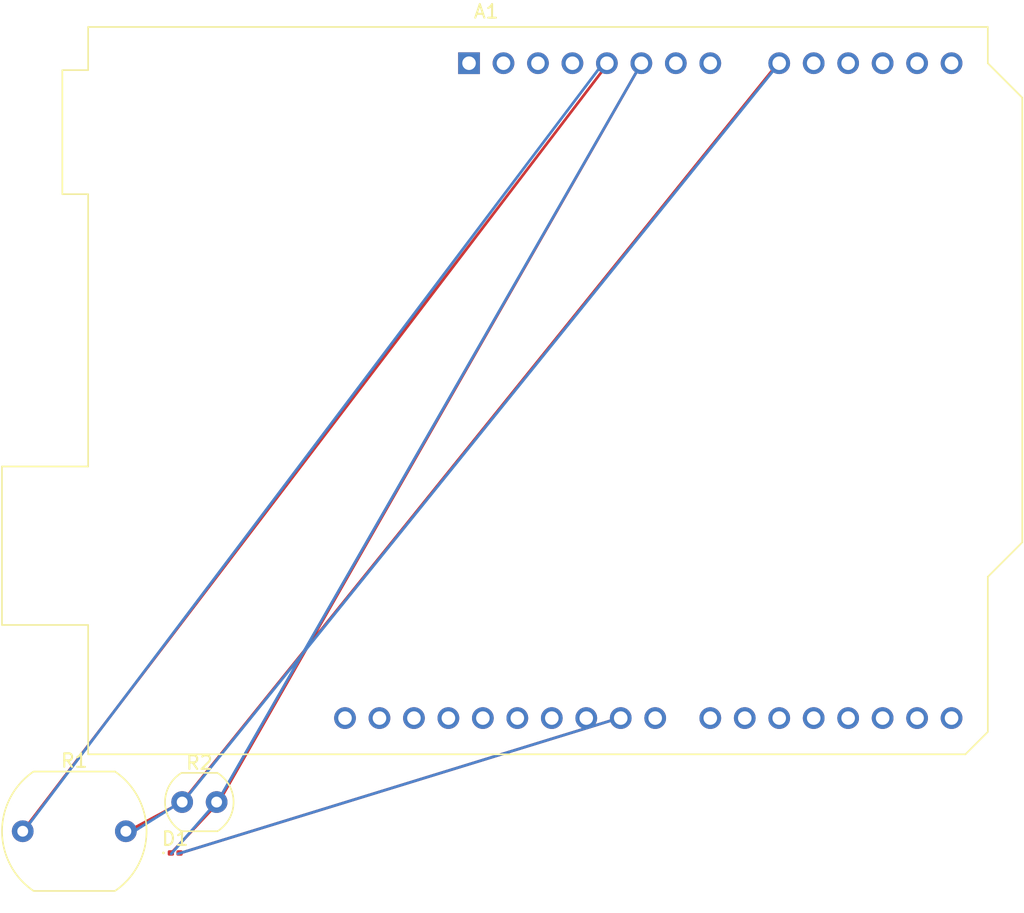
<source format=kicad_pcb>
(kicad_pcb (version 20241229) (generator "pcbnew") (generator_version "9.0")
  (layers (0 "F.Cu" signal) (2 "B.Cu" signal) (13 "F.Paste" user) (15 "B.Paste" user) (5 "F.SilkS" user "F.Silkscreen") (7 "B.SilkS" user "B.Silkscreen") (1 "F.Mask" user) (3 "B.Mask" user) (25 "Edge.Cuts" user))
  (net 0 "")
  (net 5 "GND")
  (net 18 "+5V")
  (net 21 "Net-(A1-A0)")
  (net 29 "Net-(A1-D9)")
  (footprint "OptoDevice:R_LDR_10x8.5mm_P7.6mm_Vertical" (layer "F.Cu") (at 100.55 127.34)
    (property "Reference" "R1" (at 3.8 -5.2 0) (layer "F.SilkS"))
    (property "Value" "LDR03")
    (fp_line (start 0.8 -4.4) (end 6.8 -4.4) (stroke (width 0.12)) (layer "F.SilkS"))
    (fp_line (start 0.8 4.4) (end 6.8 4.4) (stroke (width 0.12)) (layer "F.SilkS"))
    (fp_arc (start 0.8 4.4) (mid -1.525374 0.019809) (end 0.76735 -4.37756) (stroke (width 0.12)) (layer "F.SilkS"))
    (fp_arc (start 6.8 -4.4) (mid 9.125374 -0.019809) (end 6.83265 4.37756) (stroke (width 0.12)) (layer "F.SilkS"))
    (pad "1" thru_hole circle (at 0 0) (size 1.6 1.6) (drill 0.8) (layers "*.Cu" "*.Mask") (net 18 "+5V"))
    (pad "2" thru_hole circle (at 7.6 0) (size 1.6 1.6) (drill 0.8) (layers "*.Cu" "*.Mask") (net 21 "Net-(A1-A0)"))
  )
  (footprint "OptoDevice:R_LDR_4.9x4.2mm_P2.54mm_Vertical" (layer "F.Cu") (at 112.3 125.19)
    (property "Reference" "R2" (at 1.27 -2.9 0) (layer "F.SilkS"))
    (property "Value" "R")
    (fp_line (start -0.05 -2.15) (end 2.6 -2.15) (stroke (width 0.12)) (layer "F.SilkS"))
    (fp_line (start -0.05 2.15) (end 2.6 2.15) (stroke (width 0.12)) (layer "F.SilkS"))
    (fp_arc (start -0.05 2.15) (mid -1.262424 0.01494) (end -0.075476 -2.134388) (stroke (width 0.12)) (layer "F.SilkS"))
    (fp_arc (start 2.6 -2.15) (mid 3.788646 -0.016616) (end 2.628027 2.132145) (stroke (width 0.12)) (layer "F.SilkS"))
    (pad "1" thru_hole circle (at 0 0) (size 1.6 1.6) (drill 0.8) (layers "*.Cu" "*.Mask") (net 21 "Net-(A1-A0)"))
    (pad "2" thru_hole circle (at 2.54 0) (size 1.6 1.6) (drill 0.8) (layers "*.Cu" "*.Mask") (net 5 "GND"))
  )
  (footprint "Module:Arduino_UNO_R3" (layer "F.Cu") (at 133.44 70.74)
    (property "Reference" "A1" (at 1.27 -3.81 180) (layer "F.SilkS"))
    (property "Value" "Arduino_Leonardo")
    (fp_line (start -34.42 29.72) (end -34.42 41.4) (stroke (width 0.12)) (layer "F.SilkS"))
    (fp_line (start -34.42 41.4) (end -28.07 41.4) (stroke (width 0.12)) (layer "F.SilkS"))
    (fp_line (start -29.97 0.51) (end -29.97 9.65) (stroke (width 0.12)) (layer "F.SilkS"))
    (fp_line (start -29.97 9.65) (end -28.07 9.65) (stroke (width 0.12)) (layer "F.SilkS"))
    (fp_line (start -28.07 -2.67) (end -28.07 0.51) (stroke (width 0.12)) (layer "F.SilkS"))
    (fp_line (start -28.07 0.51) (end -29.97 0.51) (stroke (width 0.12)) (layer "F.SilkS"))
    (fp_line (start -28.07 9.65) (end -28.07 29.72) (stroke (width 0.12)) (layer "F.SilkS"))
    (fp_line (start -28.07 29.72) (end -34.42 29.72) (stroke (width 0.12)) (layer "F.SilkS"))
    (fp_line (start -28.07 41.4) (end -28.07 50.93) (stroke (width 0.12)) (layer "F.SilkS"))
    (fp_line (start -28.07 50.93) (end 36.58 50.93) (stroke (width 0.12)) (layer "F.SilkS"))
    (fp_line (start 36.58 50.93) (end 38.23 49.28) (stroke (width 0.12)) (layer "F.SilkS"))
    (fp_line (start 38.23 -2.67) (end -28.07 -2.67) (stroke (width 0.12)) (layer "F.SilkS"))
    (fp_line (start 38.23 0) (end 38.23 -2.67) (stroke (width 0.12)) (layer "F.SilkS"))
    (fp_line (start 38.23 37.85) (end 40.77 35.31) (stroke (width 0.12)) (layer "F.SilkS"))
    (fp_line (start 38.23 49.28) (end 38.23 37.85) (stroke (width 0.12)) (layer "F.SilkS"))
    (fp_line (start 40.77 2.54) (end 38.23 0) (stroke (width 0.12)) (layer "F.SilkS"))
    (fp_line (start 40.77 35.31) (end 40.77 2.54) (stroke (width 0.12)) (layer "F.SilkS"))
    (pad "1" thru_hole rect (at 0 0 90) (size 1.6 1.6) (drill 1) (layers "*.Cu" "*.Mask"))
    (pad "2" thru_hole oval (at 2.54 0 90) (size 1.6 1.6) (drill 1) (layers "*.Cu" "*.Mask"))
    (pad "3" thru_hole oval (at 5.08 0 90) (size 1.6 1.6) (drill 1) (layers "*.Cu" "*.Mask"))
    (pad "4" thru_hole oval (at 7.62 0 90) (size 1.6 1.6) (drill 1) (layers "*.Cu" "*.Mask"))
    (pad "5" thru_hole oval (at 10.16 0 90) (size 1.6 1.6) (drill 1) (layers "*.Cu" "*.Mask") (net 18 "+5V"))
    (pad "6" thru_hole oval (at 12.7 0 90) (size 1.6 1.6) (drill 1) (layers "*.Cu" "*.Mask") (net 5 "GND"))
    (pad "7" thru_hole oval (at 15.24 0 90) (size 1.6 1.6) (drill 1) (layers "*.Cu" "*.Mask"))
    (pad "8" thru_hole oval (at 17.78 0 90) (size 1.6 1.6) (drill 1) (layers "*.Cu" "*.Mask"))
    (pad "9" thru_hole oval (at 22.86 0 90) (size 1.6 1.6) (drill 1) (layers "*.Cu" "*.Mask") (net 21 "Net-(A1-A0)"))
    (pad "10" thru_hole oval (at 25.4 0 90) (size 1.6 1.6) (drill 1) (layers "*.Cu" "*.Mask"))
    (pad "11" thru_hole oval (at 27.94 0 90) (size 1.6 1.6) (drill 1) (layers "*.Cu" "*.Mask"))
    (pad "12" thru_hole oval (at 30.48 0 90) (size 1.6 1.6) (drill 1) (layers "*.Cu" "*.Mask"))
    (pad "13" thru_hole oval (at 33.02 0 90) (size 1.6 1.6) (drill 1) (layers "*.Cu" "*.Mask"))
    (pad "14" thru_hole oval (at 35.56 0 90) (size 1.6 1.6) (drill 1) (layers "*.Cu" "*.Mask"))
    (pad "15" thru_hole oval (at 35.56 48.26 90) (size 1.6 1.6) (drill 1) (layers "*.Cu" "*.Mask"))
    (pad "16" thru_hole oval (at 33.02 48.26 90) (size 1.6 1.6) (drill 1) (layers "*.Cu" "*.Mask"))
    (pad "17" thru_hole oval (at 30.48 48.26 90) (size 1.6 1.6) (drill 1) (layers "*.Cu" "*.Mask"))
    (pad "18" thru_hole oval (at 27.94 48.26 90) (size 1.6 1.6) (drill 1) (layers "*.Cu" "*.Mask"))
    (pad "19" thru_hole oval (at 25.4 48.26 90) (size 1.6 1.6) (drill 1) (layers "*.Cu" "*.Mask"))
    (pad "20" thru_hole oval (at 22.86 48.26 90) (size 1.6 1.6) (drill 1) (layers "*.Cu" "*.Mask"))
    (pad "21" thru_hole oval (at 20.32 48.26 90) (size 1.6 1.6) (drill 1) (layers "*.Cu" "*.Mask"))
    (pad "22" thru_hole oval (at 17.78 48.26 90) (size 1.6 1.6) (drill 1) (layers "*.Cu" "*.Mask"))
    (pad "23" thru_hole oval (at 13.72 48.26 90) (size 1.6 1.6) (drill 1) (layers "*.Cu" "*.Mask"))
    (pad "24" thru_hole oval (at 11.18 48.26 90) (size 1.6 1.6) (drill 1) (layers "*.Cu" "*.Mask") (net 29 "Net-(A1-D9)"))
    (pad "25" thru_hole oval (at 8.64 48.26 90) (size 1.6 1.6) (drill 1) (layers "*.Cu" "*.Mask"))
    (pad "26" thru_hole oval (at 6.1 48.26 90) (size 1.6 1.6) (drill 1) (layers "*.Cu" "*.Mask"))
    (pad "27" thru_hole oval (at 3.56 48.26 90) (size 1.6 1.6) (drill 1) (layers "*.Cu" "*.Mask"))
    (pad "28" thru_hole oval (at 1.02 48.26 90) (size 1.6 1.6) (drill 1) (layers "*.Cu" "*.Mask"))
    (pad "29" thru_hole oval (at -1.52 48.26 90) (size 1.6 1.6) (drill 1) (layers "*.Cu" "*.Mask"))
    (pad "30" thru_hole oval (at -4.06 48.26 90) (size 1.6 1.6) (drill 1) (layers "*.Cu" "*.Mask"))
    (pad "31" thru_hole oval (at -6.6 48.26 90) (size 1.6 1.6) (drill 1) (layers "*.Cu" "*.Mask"))
    (pad "32" thru_hole oval (at -9.14 48.26 90) (size 1.6 1.6) (drill 1) (layers "*.Cu" "*.Mask"))
  )
  (footprint "LED_SMD:LED_0201_0603Metric" (layer "F.Cu") (at 111.785 128.94)
    (property "Reference" "D1" (at 0 -1.05 0) (layer "F.SilkS"))
    (property "Value" "LED")
    (fp_circle (center -0.86 0) (end -0.81 0) (stroke (width 0.1)) (fill no) (layer "F.SilkS"))
    (pad "1" smd roundrect (at -0.32 0) (size 0.46 0.4) (layers "F.Cu" "F.Mask") (net 5 "GND"))
    (pad "2" smd roundrect (at 0.32 0) (size 0.46 0.4) (layers "F.Cu" "F.Mask") (net 29 "Net-(A1-D9)"))
  )
  (gr_line (start 115 125.19) (end 111.5 128.94) (stroke (width 0.2)) (layer "F.Cu"))
  (gr_line (start 100.55 127.34) (end 143.5 71) (stroke (width 0.2)) (layer "F.Cu") (net 18))
  (gr_line (start 112.3 125.19) (end 156 71) (stroke (width 0.2)) (layer "F.Cu"))
  (gr_line (start 112 129) (end 144.5 119) (stroke (width 0.2)) (layer "F.Cu"))
  (gr_line (start 108 127.5) (end 112.3 125.19) (stroke (width 0.2)) (layer "F.Cu"))
  (gr_line (start 146 71) (end 115 125.19) (stroke (width 0.2)) (layer "F.Cu"))
  (gr_line (start 100.5 127.5) (end 143.5 70.5) (stroke (width 0.2)) (layer "B.Cu") (net 18))
  (gr_line (start 108.5 127.5) (end 112.5 125) (stroke (width 0.2)) (layer "B.Cu") (net 21))
  (gr_line (start 112.5 125) (end 156.5 70.5) (stroke (width 0.2)) (layer "B.Cu") (net 21))
  (gr_line (start 115 125) (end 146 71) (stroke (width 0.2)) (layer "B.Cu"))
  (gr_line (start 112 129) (end 144.5 119) (stroke (width 0.2)) (layer "B.Cu"))
  (gr_line (start 111.5 129) (end 115 125) (stroke (width 0.2)) (layer "B.Cu") (net 5))
)
</source>
